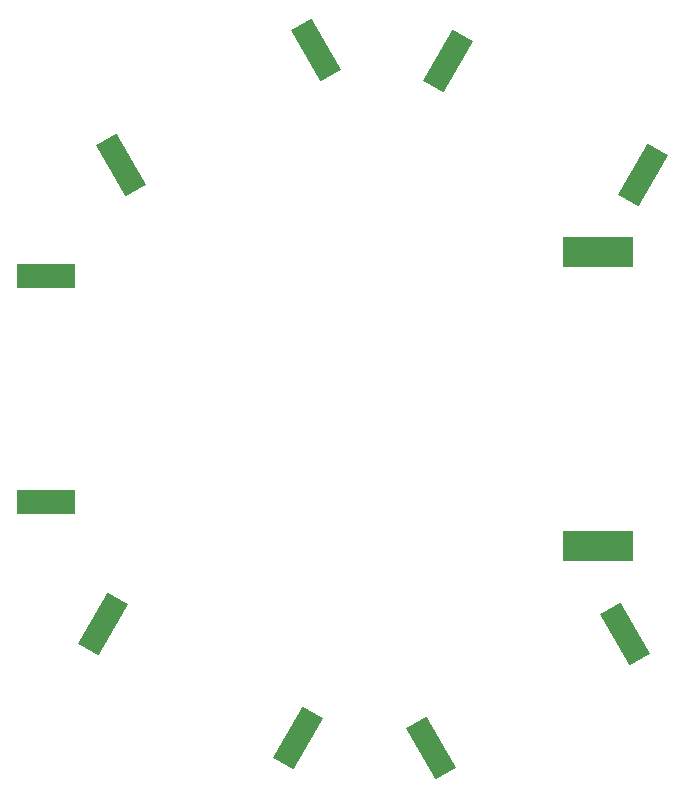
<source format=gtp>
G04 #@! TF.GenerationSoftware,KiCad,Pcbnew,7.0.9*
G04 #@! TF.CreationDate,2024-02-04T19:54:10+01:00*
G04 #@! TF.ProjectId,Toolbox,546f6f6c-626f-4782-9e6b-696361645f70,rev?*
G04 #@! TF.SameCoordinates,Original*
G04 #@! TF.FileFunction,Paste,Top*
G04 #@! TF.FilePolarity,Positive*
%FSLAX46Y46*%
G04 Gerber Fmt 4.6, Leading zero omitted, Abs format (unit mm)*
G04 Created by KiCad (PCBNEW 7.0.9) date 2024-02-04 19:54:10*
%MOMM*%
%LPD*%
G01*
G04 APERTURE LIST*
G04 Aperture macros list*
%AMRotRect*
0 Rectangle, with rotation*
0 The origin of the aperture is its center*
0 $1 length*
0 $2 width*
0 $3 Rotation angle, in degrees counterclockwise*
0 Add horizontal line*
21,1,$1,$2,0,0,$3*%
G04 Aperture macros list end*
%ADD10R,5.000000X2.000000*%
%ADD11RotRect,2.000000X5.000000X30.000000*%
%ADD12RotRect,2.000000X5.000000X210.000000*%
%ADD13RotRect,2.000000X5.000000X330.000000*%
%ADD14R,6.000000X2.650000*%
%ADD15RotRect,2.000000X5.000000X150.000000*%
G04 APERTURE END LIST*
D10*
X72290000Y-108660000D03*
D11*
X121341558Y-119876110D03*
D12*
X95138442Y-70463890D03*
D13*
X77151558Y-119006110D03*
D14*
X119050000Y-87550000D03*
X119050000Y-112450000D03*
D12*
X78658442Y-80123890D03*
D15*
X106368442Y-71333890D03*
X122848442Y-80993890D03*
D11*
X104861558Y-129536110D03*
D10*
X72290000Y-89600000D03*
D13*
X93631558Y-128666110D03*
M02*

</source>
